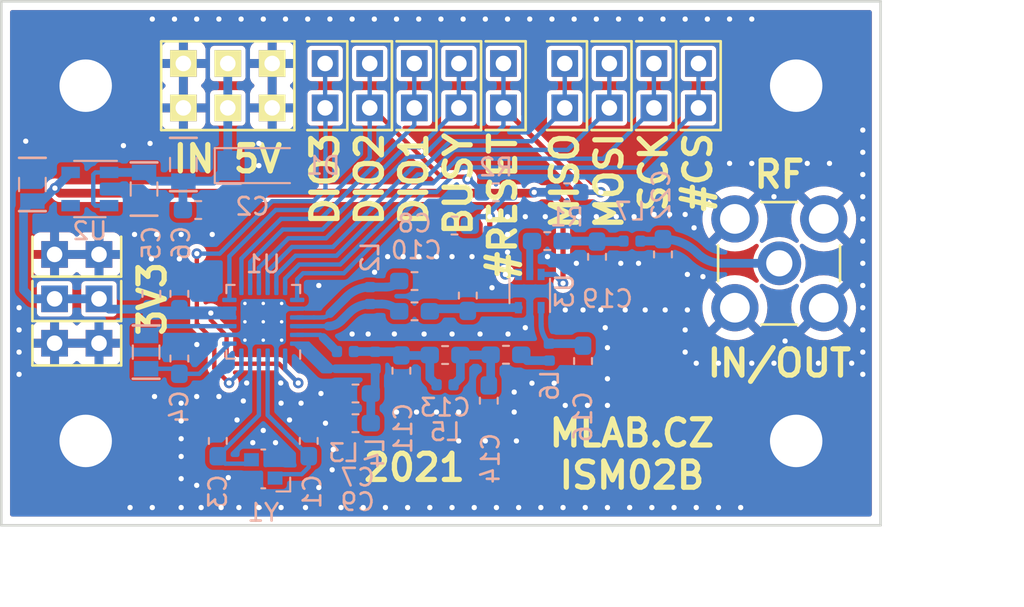
<source format=kicad_pcb>
(kicad_pcb (version 20221018) (generator pcbnew)
  (title_block (title "ISB02B") (date "%d. %m. %Y") (company "Mlab www.mlab.cz"))
  (layers (0 "F.Cu" signal) (31 "B.Cu" signal) (34 "B.Paste" user) (35 "F.Paste" user) (36 "B.SilkS" user "B.Silkscreen") (37 "F.SilkS" user "F.Silkscreen") (38 "B.Mask" user) (39 "F.Mask" user) (44 "Edge.Cuts" user))
  (net 0 "")
  (net 1 "Net-(C1-Pad1)")
  (net 2 "GND")
  (net 3 "+5V")
  (net 4 "Net-(C3-Pad1)")
  (net 5 "Net-(C4-Pad1)")
  (net 6 "+3V3")
  (net 7 "Net-(C7-Pad1)")
  (net 8 "Net-(C8-Pad1)")
  (net 9 "Net-(C10-Pad1)")
  (net 10 "Net-(C10-Pad2)")
  (net 11 "Net-(C11-Pad1)")
  (net 12 "Net-(C13-Pad1)")
  (net 13 "Net-(C15-Pad1)")
  (net 14 "Net-(C16-Pad1)")
  (net 15 "Net-(C17-Pad1)")
  (net 16 "Net-(C18-Pad1)")
  (net 17 "Net-(C22-Pad2)")
  (net 18 "Net-(C17-Pad2)")
  (net 19 "/SCK")
  (net 20 "/MISO")
  (net 21 "/MOSI")
  (net 22 "/#CS")
  (net 23 "/#RESET")
  (net 24 "/DIO1")
  (net 25 "/DIO2")
  (net 26 "/DIO3")
  (net 27 "/BUSY")
  (net 28 "Net-(L1-Pad2)")
  (net 29 "Net-(L3-Pad1)")
  (footprint "Mlab_Mechanical:MountingHole_3mm" (layer "F.Cu") (at 139.7 104.14)
    (fp_text reference "M2" hide)
    (fp_text value "HOLE" hide)
  )
  (footprint "Mlab_Mechanical:MountingHole_3mm" (layer "F.Cu") (at 180.34 124.46)
    (fp_text reference "M3" hide)
    (fp_text value "HOLE" hide)
  )
  (footprint "Mlab_Pin_Headers:Straight_2x01" (layer "F.Cu") (at 139.192 118.872)
    (fp_text reference "J2" hide)
    (fp_text value "HEADER_2x01_PARALLEL" hide)
  )
  (footprint "Mlab_Pin_Headers:Straight_2x01" (layer "F.Cu") (at 167.102 104.14 90)
    (fp_text reference "J5" hide)
    (fp_text value "HEADER_2x01_PARALLEL" hide)
  )
  (footprint "Mlab_Pin_Headers:Straight_2x01" (layer "F.Cu") (at 172.202 104.14 90)
    (fp_text reference "J4" hide)
    (fp_text value "HEADER_2x01_PARALLEL" hide)
  )
  (footprint "Mlab_Pin_Headers:Straight_2x01" (layer "F.Cu") (at 163.596 104.14 90)
    (fp_text reference "J3" hide)
    (fp_text value "HEADER_2x01_PARALLEL" hide)
  )
  (footprint "Mlab_CON:MCX" (layer "F.Cu") (at 179.3748 114.3 90)
    (fp_text reference "J12" hide)
    (fp_text value "MCX" hide)
  )
  (footprint "Mlab_Pin_Headers:Straight_2x01" (layer "F.Cu") (at 153.396 104.14 90)
    (fp_text reference "J10" hide)
    (fp_text value "HEADER_2x01_PARALLEL" hide)
  )
  (footprint "Mlab_Pin_Headers:Straight_2x01" (layer "F.Cu") (at 174.752 104.14 90)
    (fp_text reference "J7" hide)
    (fp_text value "HEADER_2x01_PARALLEL" hide)
  )
  (footprint "Mlab_Pin_Headers:Straight_2x01" (layer "F.Cu") (at 155.946 104.14 90)
    (fp_text reference "J9" hide)
    (fp_text value "HEADER_2x01_PARALLEL" hide)
  )
  (footprint "Mlab_Pin_Headers:Straight_2x01" (layer "F.Cu") (at 158.496 104.14 90)
    (fp_text reference "J8" hide)
    (fp_text value "HEADER_2x01_PARALLEL" hide)
  )
  (footprint "Mlab_Pin_Headers:Straight_2x01" (layer "F.Cu") (at 161.046 104.14 90)
    (fp_text reference "J11" hide)
    (fp_text value "HEADER_2x01_PARALLEL" hide)
  )
  (footprint "Mlab_Pin_Headers:Straight_2x01" (layer "F.Cu") (at 169.652 104.14 90)
    (fp_text reference "J6" hide)
    (fp_text value "HEADER_2x01_PARALLEL" hide)
  )
  (footprint "Mlab_Mechanical:MountingHole_3mm" (layer "F.Cu") (at 180.34 104.14)
    (fp_text reference "M1" hide)
    (fp_text value "HOLE" hide)
  )
  (footprint "Mlab_Pin_Headers:Straight_2x03" (layer "F.Cu") (at 147.828 104.14 90)
    (fp_text reference "J1" hide)
    (fp_text value "JUMP_3X2" hide)
  )
  (footprint "Mlab_Mechanical:MountingHole_3mm" (layer "F.Cu") (at 139.7 124.46)
    (fp_text reference "M4" hide)
    (fp_text value "HOLE" hide)
  )
  (footprint "Mlab_Pin_Headers:Straight_2x01" (layer "F.Cu") (at 139.192 113.792)
    (fp_text reference "J15" hide)
    (fp_text value "HEADER_2x01_PARALLEL" hide)
  )
  (footprint "Mlab_Pin_Headers:Straight_2x01" (layer "F.Cu") (at 139.192 116.332)
    (fp_text reference "J13" hide)
    (fp_text value "HEADER_2x01_PARALLEL" hide)
  )
  (footprint "Capacitor_SMD:C_0603_1608Metric_Pad1.05x0.95mm_HandSolder" (layer "B.Cu") (at 168.9496 113.93 90)
    (fp_text reference "C19")
    (fp_text value "3p3" hide)
  )
  (footprint "Capacitor_SMD:C_0603_1608Metric_Pad1.05x0.95mm_HandSolder" (layer "B.Cu") (at 160.796 112.141 180)
    (fp_text reference "C18" hide)
    (fp_text value "1nF" hide)
  )
  (footprint "Capacitor_SMD:C_0603_1608Metric_Pad1.05x0.95mm_HandSolder" (layer "B.Cu") (at 161.558 116.146 90)
    (fp_text reference "C12" hide)
    (fp_text value "-" hide)
  )
  (footprint "Capacitor_SMD:C_0603_1608Metric_Pad1.05x0.95mm_HandSolder" (layer "B.Cu") (at 172.72 113.792 90)
    (fp_text reference "C22")
    (fp_text value "3p3" hide)
  )
  (footprint "Capacitor_SMD:C_0603_1608Metric_Pad1.05x0.95mm_HandSolder" (layer "B.Cu") (at 145.058 119.746 90)
    (fp_text reference "C4")
    (fp_text value "470nF" hide)
  )
  (footprint "Capacitor_SMD:C_0603_1608Metric_Pad1.05x0.95mm_HandSolder" (layer "B.Cu") (at 143.458 116.046 90)
    (fp_text reference "C5")
    (fp_text value "1uF" hide)
  )
  (footprint "Capacitor_SMD:C_0603_1608Metric_Pad1.05x0.95mm_HandSolder" (layer "B.Cu") (at 152.458 124.46 90)
    (fp_text reference "C1")
    (fp_text value "-" hide)
  )
  (footprint "Capacitor_SMD:C_0603_1608Metric_Pad1.05x0.95mm_HandSolder" (layer "B.Cu") (at 147.258 124.46 90)
    (fp_text reference "C3")
    (fp_text value "-" hide)
  )
  (footprint "Capacitor_SMD:C_0603_1608Metric_Pad1.05x0.95mm_HandSolder" (layer "B.Cu") (at 158.51 117.046 180)
    (fp_text reference "C10")
    (fp_text value "2p4" hide)
  )
  (footprint "Capacitor_SMD:C_0603_1608Metric_Pad1.05x0.95mm_HandSolder" (layer "B.Cu") (at 145.058 116.046 90)
    (fp_text reference "C6")
    (fp_text value "100nF" hide)
  )
  (footprint "Capacitor_SMD:C_0603_1608Metric_Pad1.05x0.95mm_HandSolder" (layer "B.Cu") (at 158.51 115.316)
    (fp_text reference "C8")
    (fp_text value "1p8" hide)
  )
  (footprint "Mlab_XTAL:Crystal_SMD_NX2016SA" (layer "B.Cu") (at 149.858 126.06 90)
    (fp_text reference "Y1")
    (fp_text value "32MHz" hide)
  )
  (footprint "Package_DFN_QFN:QFN-24-1EP_4x4mm_P0.5mm_EP2.6x2.6mm_ThermalVias" (layer "B.Cu") (at 149.858 117.646 90)
    (fp_text reference "U1")
    (fp_text value "SX1262" hide)
  )
  (footprint "Mlab_R:SMD-0603" (layer "B.Cu") (at 167.2335 110.236)
    (fp_text reference "R1")
    (fp_text value "10k" hide)
  )
  (footprint "Inductor_SMD:L_0402_1005Metric" (layer "B.Cu") (at 155.97 116.146 -90)
    (fp_text reference "L2")
    (fp_text value "15nH" hide)
  )
  (footprint "Inductor_SMD:L_0402_1005Metric" (layer "B.Cu") (at 170.9496 113.03)
    (fp_text reference "L7")
    (fp_text value "9n1" hide)
  )
  (footprint "Mlab_R:SMD-0805" (layer "B.Cu") (at 143.158 119.38 90)
    (fp_text reference "L1")
    (fp_text value "15uH")
  )
  (footprint "Inductor_SMD:L_0402_1005Metric" (layer "B.Cu") (at 156.258 119.846 90)
    (fp_text reference "L4")
    (fp_text value "47nH" hide)
  )
  (footprint "Inductor_SMD:L_0402_1005Metric" (layer "B.Cu") (at 166.2176 119.38 90)
    (fp_text reference "L6")
    (fp_text value "4n7" hide)
  )
  (footprint "Inductor_SMD:L_0402_1005Metric" (layer "B.Cu") (at 160.258 121.246)
    (fp_text reference "L5")
    (fp_text value "2n5" hide)
  )
  (footprint "Capacitor_SMD:C_0603_1608Metric_Pad1.05x0.95mm_HandSolder" (layer "B.Cu") (at 160.258 119.546 180)
    (fp_text reference "C13")
    (fp_text value "3p3" hide)
  )
  (footprint "Capacitor_SMD:C_0603_1608Metric_Pad1.05x0.95mm_HandSolder" (layer "B.Cu") (at 168.148 119.888 -90)
    (fp_text reference "C16")
    (fp_text value "2p2" hide)
  )
  (footprint "Capacitor_SMD:C_0603_1608Metric_Pad1.05x0.95mm_HandSolder" (layer "B.Cu") (at 166.1046 113.03 180)
    (fp_text reference "C17" hide)
    (fp_text value "39pF" hide)
  )
  (footprint "Capacitor_SMD:C_0603_1608Metric_Pad1.05x0.95mm_HandSolder" (layer "B.Cu") (at 162.758 122.16 -90)
    (fp_text reference "C14")
    (fp_text value "5p6" hide)
  )
  (footprint "Capacitor_SMD:C_0603_1608Metric_Pad1.05x0.95mm_HandSolder" (layer "B.Cu") (at 157.758 120.446 -90)
    (fp_text reference "C11")
    (fp_text value "-" hide)
  )
  (footprint "Capacitor_SMD:C_0603_1608Metric_Pad1.05x0.95mm_HandSolder" (layer "B.Cu") (at 163.7398 119.5324 180)
    (fp_text reference "C15" hide)
    (fp_text value "39pF" hide)
  )
  (footprint "Capacitor_SMD:C_0603_1608Metric_Pad1.05x0.95mm_HandSolder" (layer "B.Cu") (at 155.133 121.746 180)
    (fp_text reference "C9")
    (fp_text value "47pF" hide)
  )
  (footprint "Capacitor_SMD:C_0603_1608Metric_Pad1.05x0.95mm_HandSolder" (layer "B.Cu") (at 155.133 123.446 180)
    (fp_text reference "C7")
    (fp_text value "47nF" hide)
  )
  (footprint "Inductor_SMD:L_0402_1005Metric" (layer "B.Cu") (at 154.558 119.346)
    (fp_text reference "L3")
    (fp_text value "0R" hide)
  )
  (footprint "Capacitor_SMD:C_0603_1608Metric_Pad1.05x0.95mm_HandSolder" (layer "B.Cu") (at 146.138 111.252)
    (fp_text reference "C2")
    (fp_text value "100nF" hide)
  )
  (footprint "Mlab_D:Diode-MiniMELF_Standard" (layer "B.Cu") (at 149.634 108.712)
    (fp_text reference "D1")
    (fp_text value "BZV55C-5,6V" hide)
  )
  (footprint "Package_TO_SOT_SMD:SOT-23-5" (layer "B.Cu") (at 139.938 110.052 180)
    (fp_text reference "U2")
    (fp_text value "MIC5504-3.3YM5" hide)
  )
  (footprint "Mlab_R:SMD-0805" (layer "B.Cu") (at 136.652 109.7915 90)
    (fp_text reference "C24")
    (fp_text value "10uF")
  )
  (footprint "Mlab_R:SMD-0805" (layer "B.Cu") (at 143.038 110.052 -90)
    (fp_text reference "C21")
    (fp_text value "10uF")
  )
  (footprint "Mlab_R:SMD-0805" (layer "B.Cu") (at 145.288 108.6485 90)
    (fp_text reference "C25")
    (fp_text value "10uF")
  )
  (footprint "Package_TO_SOT_SMD:SOT-363_SC-70-6" (layer "B.Cu") (at 165.1 115.886 90)
    (fp_text reference "U3")
    (fp_text value "PE4259" hide)
  )
  (footprint "Mlab_R:SMD-0603" (layer "B.Cu") (at 163.1695 110.236 180)
    (fp_text reference "R2")
    (fp_text value "100R" hide)
  )
  (gr_line (start 134.874 99.314) (end 134.874 129.286) (stroke (width 0.15)) (layer "Edge.Cuts"))
  (gr_line (start 134.874 99.314) (end 185.166 99.314) (stroke (width 0.15)) (layer "Edge.Cuts"))
  (gr_line (start 185.166 129.286) (end 134.874 129.286) (stroke (width 0.15)) (layer "Edge.Cuts"))
  (gr_line (start 185.166 129.286) (end 185.166 99.314) (stroke (width 0.15)) (layer "Edge.Cuts"))
  (gr_text "IN 5V" (at 147.828 108.331) (layer "F.SilkS") (effects (font (size 1.5 1.5) (thickness 0.3))))
  (gr_text "MLAB.CZ\nISM02B\n" (at 170.942 125.222) (layer "F.SilkS") (effects (font (size 1.5 1.5) (thickness 0.3))))
  (gr_text "IN/OUT" (at 179.3748 120.015) (layer "F.SilkS") (effects (font (size 1.5 1.5) (thickness 0.3))))
  (gr_text "2021" (at 155.448 125.984) (layer "F.SilkS") (effects (font (size 1.5 1.5) (thickness 0.3)) (justify left)))
  (gr_text "DIO2" (at 155.936 106.68 90) (layer "F.SilkS") (effects (font (size 1.5 1.5) (thickness 0.3)) (justify right)))
  (gr_text "BUSY" (at 161.016 106.68 90) (layer "F.SilkS") (effects (font (size 1.5 1.5) (thickness 0.3)) (justify right)))
  (gr_text "MISO" (at 167.102 106.68 90) (layer "F.SilkS") (effects (font (size 1.5 1.5) (thickness 0.3)) (justify right)))
  (gr_text "DIO3" (at 153.396 106.68 90) (layer "F.SilkS") (effects (font (size 1.5 1.5) (thickness 0.3)) (justify right)))
  (gr_text "3V3" (at 143.51 116.332 90) (layer "F.SilkS") (effects (font (size 1.5 1.5) (thickness 0.3))))
  (gr_text "DIO1" (at 158.476 106.68 90) (layer "F.SilkS") (effects (font (size 1.5 1.5) (thickness 0.3)) (justify right)))
  (gr_text "#RESET" (at 163.556 106.68 90) (layer "F.SilkS") (effects (font (size 1.5 1.5) (thickness 0.3)) (justify right)))
  (gr_text "RF" (at 179.3748 109.22) (layer "F.SilkS") (effects (font (size 1.5 1.5) (thickness 0.3))))
  (gr_text "MOSI" (at 169.642 106.68 90) (layer "F.SilkS") (effects (font (size 1.5 1.5) (thickness 0.3)) (justify right)))
  (gr_text "#CS" (at 174.722 106.68 90) (layer "F.SilkS") (effects (font (size 1.5 1.5) (thickness 0.3)) (justify right)))
  (gr_text "SCK" (at 172.182 106.68 90) (layer "F.SilkS") (effects (font (size 1.5 1.5) (thickness 0.3)) (justify right)))
  (segment (start 152.458 125.335) (end 152.458 125.96) (width 0.25) (layer "B.Cu") (net 1))
  (segment (start 152.058 126.36) (end 150.758 126.36) (width 0.25) (layer "B.Cu") (net 1))
  (segment (start 150.758 126.36) (end 150.533 126.585) (width 0.25) (layer "B.Cu") (net 1))
  (segment (start 152.458 125.96) (end 152.058 126.36) (width 0.25) (layer "B.Cu") (net 1))
  (segment (start 150.108 122.985) (end 152.458 125.335) (width 0.25) (layer "B.Cu") (net 1))
  (segment (start 150.108 122.985) (end 150.108 119.5835) (width 0.25) (layer "B.Cu") (net 1))
  (segment (start 148.358 122.533) (end 148.717 122.174) (width 0.25) (layer "F.Cu") (net 2))
  (segment (start 143.383 107.442) (end 141.986 107.442) (width 0.25) (layer "F.Cu") (net 2))
  (segment (start 167.767 116.586) (end 167.767 114.681) (width 0.25) (layer "F.Cu") (net 2))
  (segment (start 149.606 128.27) (end 150.876 128.27) (width 0.25) (layer "F.Cu") (net 2))
  (segment (start 150.858 121.146) (end 150.858 122.283) (width 0.25) (layer "F.Cu") (net 2))
  (segment (start 152.273 128.27) (end 152.273 127.889) (width 0.25) (layer "F.Cu") (net 2))
  (segment (start 155.862183 118.341817) (end 155.858 118.346) (width 0.5) (layer "F.Cu") (net 2))
  (segment (start 168.148 116.967) (end 167.767 116.586) (width 0.25) (layer "F.Cu") (net 2))
  (segment (start 149.258 124.46) (end 149.858 123.86) (width 0.5) (layer "F.Cu") (net 2))
  (segment (start 162.258 118.346) (end 163.858046 118.346) (width 0.5) (layer "F.Cu") (net 2))
  (segment (start 167.767 114.681) (end 167.767 114.3) (width 0.25) (layer "F.Cu") (net 2))
  (segment (start 149.258 124.56) (end 149.258 124.46) (width 0.5) (layer "F.Cu") (net 2))
  (segment (start 149.606 108.712) (end 149.606 107.442) (width 0.25) (layer "F.Cu") (net 2))
  (segment (start 159.058 118.346) (end 160.658 118.346) (width 0.5) (layer "F.Cu") (net 2))
  (segment (start 157.35666 118.341817) (end 155.862183 118.341817) (width 0.5) (layer "F.Cu") (net 2))
  (segment (start 152.273 127.889) (end 153.035 127.127) (width 0.25) (layer "F.Cu") (net 2))
  (segment (start 150.858 122.283) (end 150.876 122.301) (width 0.25) (layer "F.Cu") (net 2))
  (segment (start 148.358 123.26) (end 148.358 122.533) (width 0.25) (layer "F.Cu") (net 2))
  (segment (start 141.986 107.442) (end 141.859 107.569) (width 0.25) (layer "F.Cu") (net 2))
  (via (at 145.058 114.046) (size 0.6) (drill 0.3) (layers "F.Cu" "B.Cu") (net 2))
  (via (at 143.458 114.046) (size 0.6) (drill 0.3) (layers "F.Cu" "B.Cu") (net 2))
  (via (at 151.358 123.26) (size 0.6) (drill 0.3) (layers "F.Cu" "B.Cu") (net 2))
  (via (at 148.358 123.26) (size 0.6) (drill 0.3) (layers "F.Cu" "B.Cu") (net 2))
  (via (at 150.558 124.56) (size 0.6) (drill 0.3) (layers "F.Cu" "B.Cu") (net 2))
  (via (at 163.83 113.665) (size 0.6) (drill 0.3) (layers "F.Cu" "B.Cu") (net 2))
  (via (at 184.15 119.38) (size 0.6) (drill 0.3) (layers "F.Cu" "B.Cu") (net 2))
  (via (at 148.463 128.27) (size 0.6) (drill 0.3) (layers "F.Cu" "B.Cu") (net 2))
  (via (at 163.83 100.33) (size 0.6) (drill 0.3) (layers "F.Cu" "B.Cu") (net 2))
  (via (at 161.798 113.919) (size 0.6) (drill 0.3) (layers "F.Cu" "B.Cu") (net 2))
  (via (at 171.069 111.633) (size 0.6) (drill 0.3) (layers "F.Cu" "B.Cu") (net 2))
  (via (at 184.15 118.11) (size 0.6) (drill 0.3) (layers "F.Cu" "B.Cu") (net 2))
  (via (at 157.35666 118.341817) (size 0.6) (drill 0.3) (layers "F.Cu" "B.Cu") (net 2))
  (via (at 158.75 113.919) (size 0.6) (drill 0.3) (layers "F.Cu" "B.Cu") (net 2))
  (via (at 184.15 114.3) (size 0.6) (drill 0.3) (layers "F.Cu" "B.Cu") (net 2))
  (via (at 145.161 122.301) (size 0.6) (drill 0.3) (layers "F.Cu" "B.Cu") (net 2))
  (via (at 168.91 111.633) (size 0.6) (drill 0.3) (layers "F.Cu" "B.Cu") (net 2))
  (via (at 142.24 128.27) (size 0.6) (drill 0.3) (layers "F.Cu" "B.Cu") (net 2))
  (via (at 184.15 110.49) (size 0.6) (drill 0.3) (layers "F.Cu" "B.Cu") (net 2))
  (via (at 156.972 113.919) (size 0.6) (drill 0.3) (layers "F.Cu" "B.Cu") (net 2))
  (via (at 167.894 111.633) (size 0.6) (drill 0.3) (layers "F.Cu" "B.Cu") (net 2))
  (via (at 143.383 107.442) (size 0.6) (drill 0.3) (layers "F.Cu" "B.Cu") (net 2))
  (via (at 145.161 123.317) (size 0.6) (drill 0.3) (layers "F.Cu" "B.Cu") (net 2))
  (via (at 153.858 124.946) (size 0.6) (drill 0.3) (layers "F.Cu" "B.Cu") (net 2))
  (via (at 146.304 128.27) (size 0.6) (drill 0.3) (layers "F.Cu" "B.Cu") (net 2))
  (via (at 159.766 113.919) (size 0.6) (drill 0.3) (layers "F.Cu" "B.Cu") (net 2))
  (via (at 168.402 122.428) (size 0.6) (drill 0.3) (layers "F.Cu" "B.Cu") (net 2))
  (via (at 143.764 112.649) (size 0.6) (drill 0.3) (layers "F.Cu" "B.Cu") (net 2))
  (via (at 153.67 100.33) (size 0.6) (drill 0.3) (layers "F.Cu" "B.Cu") (net 2))
  (via (at 169.164 116.967) (size 0.6) (drill 0.3) (layers "F.Cu" "B.Cu") (net 2))
  (via (at 177.8 108.585) (size 0.6) (drill 0.3) (layers "F.Cu" "B.Cu") (net 2))
  (via (at 170.053 111.633) (size 0.6) (drill 0.3) (layers "F.Cu" "B.Cu") (net 2))
  (via (at 172.085 128.27) (size 0.6) (drill 0.3) (layers "F.Cu" "B.Cu") (net 2))
  (via (at 164.211 121.666) (size 0.6) (drill 0.3) (layers "F.Cu" "B.Cu") (net 2))
  (via (at 161.29 100.33) (size 0.6) (drill 0.3) (layers "F.Cu" "B.Cu") (net 2))
  (via (at 172.212 111.506) (size 0.6) (drill 0.3) (layers "F.Cu" "B.Cu") (net 2))
  (via (at 163.195 128.27) (size 0.6) (drill 0.3) (layers "F.Cu" "B.Cu") (net 2))
  (via (at 160.655 128.27) (size 0.6) (drill 0.3) (layers "F.Cu" "B.Cu") (net 2))
  (via (at 167.767 114.3) (size 0.6) (drill 0.3) (layers "F.Cu" "B.Cu") (net 2))
  (via (at 154.94 100.33) (size 0.6) (drill 0.3) (layers "F.Cu" "B.Cu") (net 2))
  (via (at 153.416 123.446) (size 0.6) (drill 0.3) (layers "F.Cu" "B.Cu") (net 2))
  (via (at 172.72 100.33) (size 0.6) (drill 0.3) (layers "F.Cu" "B.Cu") (net 2))
  (via (at 157.48 100.33) (size 0.6) (drill 0.3) (layers "F.Cu" "B.Cu") (net 2))
  (via (at 162.56 124.46) (size 0.6) (drill 0.3) (layers "F.Cu" "B.Cu") (net 2))
  (via (at 155.858 118.346) (size 0.6) (drill 0.3) (layers "F.Cu" "B.Cu") (net 2))
  (via (at 152.273 128.27) (size 0.6) (drill 0.3) (layers "F.Cu" "B.Cu") (net 2))
  (via (at 174.117 114.935) (size 0.6) (drill 0.3) (layers "F.Cu" "B.Cu") (net 2))
  (via (at 166.37 100.33) (size 0.6) (drill 0.3) (layers "F.Cu" "B.Cu") (net 2))
  (via (at 160.655 113.919) (size 0.6) (drill 0.3) (layers "F.Cu" "B.Cu") (net 2))
  (via (at 150.876 122.301) (size 0.6) (drill 0.3) (layers "F.Cu" "B.Cu") (net 2))
  (via (at 181.61 120.015) (size 0.6) (drill 0.3) (layers "F.Cu" "B.Cu") (net 2))
  (via (at 159.766 122.809) (size 0.6) (drill 0.3) (layers "F.Cu" "B.Cu") (net 2))
  (via (at 149.858 123.86) (size 0.6) (drill 0.3) (layers "F.Cu" "B.Cu") (net 2))
  (via (at 149.606 107.442) (size 0.6) (drill 0.3) (layers "F.Cu" "B.Cu") (net 2))
  (via (at 153.797 126.111) (size 0.6) (drill 0.3) (layers "F.Cu" "B.Cu") (net 2))
  (via (at 150.858 121.146) (size 0.6) (drill 0.3) (layers "F.Cu" "B.Cu") (net 2))
  (via (at 155.575 128.27) (size 0.6) (drill 0.3) (layers "F.Cu" "B.Cu") (net 2))
  (via (at 145.161 128.27) (size 0.6) (drill 0.3) (layers "F.Cu" "B.Cu") (net 2))
  (via (at 170.815 128.27) (size 0.6) (drill 0.3) (layers "F.Cu" "B.Cu") (net 2))
  (via (at 143.51 100.33) (size 0.6) (drill 0.3) (layers "F.Cu" "B.Cu") (net 2))
  (via (at 144.78 100.33) (size 0.6) (drill 0.3) (layers "F.Cu" "B.Cu") (net 2))
  (via (at 135.89 120.65) (size 0.6) (drill 0.3) (layers "F.Cu" "B.Cu") (net 2))
  (via (at 168.275 128.27) (size 0.6) (drill 0.3) (layers "F.Cu" "B.Cu") (net 2))
  (via (at 158.75 100.33) (size 0.6) (drill 0.3) (layers "F.Cu" "B.Cu") (net 2))
  (via (at 172.847 116.967) (size 0.6) (drill 0.3) (layers "F.Cu" "B.Cu") (net 2))
  (via (at 146.05 100.33) (size 0.6) (drill 0.3) (layers "F.Cu" "B.Cu") (net 2))
  (via (at 173.101 111.506) (size 0.6) (drill 0.3) (layers "F.Cu" "B.Cu") (net 2))
  (via (at 169.545 120.904) (size 0.6) (drill 0.3) (layers "F.Cu" "B.Cu") (net 2))
  (via (at 177.8 100.33) (size 0.6) (drill 0.3) (layers "F.Cu" "B.Cu") (net 2))
  (via (at 175.26 100.33) (size 0.6) (drill 0.3) (layers "F.Cu" "B.Cu") (net 2))
  (via (at 176.53 108.585) (size 0.6) (drill 0.3) (layers "F.Cu" "B.Cu") (net 2))
  (via (at 146.939 112.649) (size 0.6) (drill 0.3) (layers "F.Cu" "B.Cu") (net 2))
  (via (at 158.115 128.27) (size 0.6) (drill 0.3) (layers "F.Cu" "B.Cu") (net 2))
  (via (at 168.148 116.967) (size 0.6) (drill 0.3) (layers "F.Cu" "B.Cu") (net 2))
  (via (at 156.21 100.33) (size 0.6) (drill 0.3) (layers "F.Cu" "B.Cu") (net 2))
  (via (at 182.245 108.585) (size 0.6) (drill 0.3) (layers "F.Cu" "B.Cu") (net 2))
  (via (at 149.86 100.33) (size 0.6) (drill 0.3) (layers "F.Cu" "B.Cu") (net 2))
  (via (at 162.941 115.697) (size 0.6) (drill 0.3) (layers "F.Cu" "B.Cu") (net 2))
  (via (at 167.64 100.33) (size 0.6) (drill 0.3) (layers "F.Cu" "B.Cu") (net 2))
  (via (at 173.99 100.33) (size 0.6) (drill 0.3) (layers "F.Cu" "B.Cu") (net 2))
  (via (at 183.515 120.015) (size 0.6) (drill 0.3) (layers "F.Cu" "B.Cu") (net 2))
  (via (at 148.908011 121.145981) (size 0.6) (drill 0.3) (layers "F.Cu" "B.Cu") (net 2))
  (via (at 148.59 100.33) (size 0.6) (drill 0.3) (layers "F.Cu" "B.Cu") (net 2))
  (via (at 170.18 100.33) (size 0.6) (drill 0.3) (layers "F.Cu" "B.Cu") (net 2))
  (via (at 164.846 111.633) (size 0.6) (drill 0.3) (layers "F.Cu" "B.Cu") (net 2))
  (via (at 135.89 119.38) (size 0.6) (drill 0.3) (layers "F.Cu" "B.Cu") (net 2))
  (via (at 162.258 118.346) (size 0.6) (drill 0.3) (layers "F.Cu" "B.Cu") (net 2))
  (via (at 164.465 128.27) (size 0.6) (drill 0.3) (layers "F.Cu" "B.Cu") (net 2))
  (via (at 146.05 127) (size 0.6) (drill 0.3) (layers "F.Cu" "B.Cu") (net 2))
  (via (at 135.89 116.84) (size 0.6) (drill 0.3) (layers "F.Cu" "B.Cu") (net 2))
  (via (at 184.15 116.84) (size 0.6) (drill 0.3) (layers "F.Cu" "B.Cu") (net 2))
  (via (at 154.94 118.346) (size 0.6) (drill 0.3) (layers "F.Cu" "B.Cu") (net 2))
  (via (at 173.99 111.506) (size 0.6) (drill 0.3) (layers "F.Cu" "B.Cu") (net 2))
  (via (at 174.498 112.268) (size 0.6) (drill 0.3) (layers "F.Cu" "B.Cu") (net 2))
  (via (at 165.735 128.27) (size 0.6) (drill 0.3) (layers "F.Cu" "B.Cu") (net 2))
  (via (at 171.45 100.33) (size 0.6) (drill 0.3) (layers "F.Cu" "B.Cu") (net 2))
  (via (at 164.846 117.983) (size 0.6) (drill 0.3) (layers "F.Cu" "B.Cu") (net 2))
  (via (at 170.561 116.967) (size 0.6) (drill 0.3) (layers "F.Cu" "B.Cu") (net 2))
  (via (at 154.305 128.27) (size 0.6) (drill 0.3) (layers "F.Cu" "B.Cu") (net 2))
  (via (at 152.019 122.301) (size 0.6) (drill 0.3) (layers "F.Cu" "B.Cu") (net 2))
  (via (at 153.035 115.57) (size 0.6) (drill 0.3) (layers "F.Cu" "B.Cu") (net 2))
  (via (at 163.858046 118.346) (size 0.6) (drill 0.3) (layers "F.Cu" "B.Cu") (net 2))
  (via (at 173.99 118.11) (size 0.6) (drill 0.3) (layers "F.Cu" "B.Cu") (net 2))
  (via (at 161.925 128.27) (size 0.6) (drill 0.3) (layers "F.Cu" "B.Cu") (net 2))
  (via (at 145.161 125.349) (size 0.6) (drill 0.3) (layers "F.Cu" "B.Cu") (net 2))
  (via (at 153.158 121.746) (size 0.6) (drill 0.3) (layers "F.Cu" "B.Cu") (net 2))
  (via (at 168.91 100.33) (size 0.6) (drill 0.3) (layers "F.Cu" "B.Cu") (net 2))
  (via (at 177.165 128.27) (size 0.6) (drill 0.3) (layers "F.Cu" "B.Cu") (net 2))
  (via (at 173.355 128.27) (size 0.6) (drill 0.3) (layers "F.Cu" "B.Cu") (net 2))
  (via (at 148.717 122.174) (size 0.6) (drill 0.3) (layers "F.Cu" "B.Cu") (net 2))
  (via (at 160.658 118.346) (size 0.6) (drill 0.3) (layers "F.Cu" "B.Cu") (net 2))
  (via (at 145.161 126.619) (size 0.6) (drill 0.3) (layers "F.Cu" "B.Cu") (net 2))
  (via (at 165.1 100.33) (size 0.6) (drill 0.3) (layers "F.Cu" "B.Cu") (net 2))
  (via (at 147.32 121.92) (size 0.6) (drill 0.3) (layers "F.Cu" "B.Cu") (net 2))
  (via (at 146.058 118.946) (size 0.6) (drill 0.3) (layers "F.Cu" "B.Cu") (net 2))
  (via (at 175.895 120.015) (size 0.6) (drill 0.3) (layers "F.Cu" "B.Cu") (net 2))
  (via (at 162.56 100.33) (size 0.6) (drill 0.3) (layers "F.Cu" "B.Cu") (net 2))
  (via (at 184.15 113.03) (size 0.6) (drill 0.3) (layers "F.Cu" "B.Cu") (net 2))
  (via (at 161.036 122.809) (size 0.6) (drill 0.3) (layers "F.Cu" "B.Cu") (net 2))
  (via (at 184.15 107.95) (size 0.6) (drill 0.3) (layers "F.Cu" "B.Cu") (net 2))
  (via (at 171.704 116.967) (size 0.6) (drill 0.3) (layers "F.Cu" "B.Cu") (net 2))
  (via (at 179.705 118.745) (size 0.6) (drill 0.3) (layers "F.Cu" "B.Cu") (net 2))
  (via (at 179.07 120.015) (size 0.6) (drill 0.3) (layers "F.Cu" "B.Cu") (net 2))
  (via (at 166.497 121.158) (size 0.6) (drill 0.3) (layers "F.Cu" "B.Cu") (net 2))
  (via (at 160.02 100.33) (size 0.6) (drill 0.3) (layers "F.Cu" "B.Cu") (net 2))
  (via (at 157.48 122.809) (size 0.6) (drill 0.3) (layers "F.Cu" "B.Cu") (net 2))
  (via (at 151.13 100.33) (size 0.6) (drill 0.3) (layers "F.Cu" "B.Cu") (net 2))
  (via (at 164.211 122.809) (size 0.6) (drill 0.3) (layers "F.Cu" "B.Cu") (net 2))
  (via (at 169.545 122.428) (size 0.6) (drill 0.3) (layers "F.Cu" "B.Cu") (net 2))
  (via (at 167.132 116.967) (size 0.6) (drill 0.3) (layers "F.Cu" "B.Cu") (net 2))
  (via (at 184.15 115.57) (size 0.6) (drill 0.3) (layers "F.Cu" "B.Cu") (net 2))
  (via (at 171.323 114.3) (size 0.6) (drill 0.3) (layers "F.Cu" "B.Cu") (net 2))
  (via (at 149.258 124.56) (size 0.6) (drill 0.3) (layers "F.Cu" "B.Cu") (net 2))
  (via (at 161.036 124.46) (size 0.6) (drill 0.3) (layers "F.Cu" "B.Cu") (net 2))
  (via (at 169.418 117.983) (size 0.6) (drill 0.3) (layers "F.Cu" "B.Cu") (net 2))
  (via (at 147.447 128.27) (size 0.6) (drill 0.3) (layers "F.Cu" "B.Cu") (net 2))
  (via (at 156.224 114.808) (size 0.6) (drill 0.3) (layers "F.Cu" "B.Cu") (net 2))
  (via (at 170.307 114.3) (size 0.6) (drill 0.3) (layers "F.Cu" "B.Cu") (net 2))
  (via (at 184.15 120.65) (size 0.6) (drill 0.3) (layers "F.Cu" "B.Cu") (net 2))
  (via (at 175.895 128.27) (size 0.6) (drill 0.3) (layers "F.Cu" "B.Cu") (net 2))
  (via (at 169.545 128.27) (size 0.6) (drill 0.3) (layers "F.Cu" "B.Cu") (net 2))
  (via (at 165.227 121.158) (size 0.6) (drill 0.3) (layers "F.Cu" "B.Cu") (net 2))
  (via (at 174.625 120.015) (size 0.6) (drill 0.3) (layers "F.Cu" "B.Cu") (net 2))
  (via (at 157.861 113.919) (size 0.6) (drill 0.3) (layers "F.Cu" "B.Cu") (net 2))
  (via (at 147.858 126.56) (size 0.6) (drill 0.3) (layers "F.Cu" "B.Cu") (net 2))
  (via (at 153.035 127.127) (size 0.6) (drill 0.3) (layers "F.Cu" "B.Cu") (net 2))
  (via (at 136.271 107.315) (size 0.6) (drill 0.3) (layers "F.Cu" "B.Cu") (net 2))
  (via (at 184.15 109.22) (size 0.6) (drill 0.3) (layers "F.Cu" "B.Cu") (net 2))
  (via (at 152.4 100.33) (size 0.6) (drill 0.3) (layers "F.Cu" "B.Cu") (net 2))
  (via (at 145.161 112.649) (size 0.6) (drill 0.3) (layers "F.Cu" "B.Cu") (net 2))
  (via (at 167.005 128.27) (size 0.6) (drill 0.3) (layers "F.Cu" "B.Cu") (net 2))
  (via (at 159.058 118.346) (size 0.6) (drill 0.3) (layers "F.Cu" "B.Cu") (net 2))
  (via (at 174.117 116.967) (size 0.6) (drill 0.3) (layers "F.Cu" "B.Cu") (net 2))
  (via (at 176.53 100.33) (size 0.6) (drill 0.3) (layers "F.Cu" "B.Cu") (net 2))
  (via (at 159.385 128.27) (size 0.6) (drill 0.3) (layers "F.Cu" "B.Cu") (net 2))
  (via (at 149.606 128.27) (size 0.6) (drill 0.3) (layers "F.Cu" "B.Cu") (net 2))
  (via (at 180.975 108.585) (size 0.6) (drill 0.3) (layers "F.Cu" "B.Cu") (net 2))
  (via (at 164.338 124.46) (size 0.6) (drill 0.3) (layers "F.Cu" "B.Cu") (net 2))
  (via (at 143.51 128.27) (size 0.6) (drill 0.3) (layers "F.Cu" "B.Cu") (net 2))
  (via (at 147.32 100.33) (size 0.6) (drill 0.3) (layers "F.Cu" "B.Cu") (net 2))
  (via (at 165.989 111.633) (size 0.6) (drill 0.3) (layers "F.Cu" "B.Cu") (net 2))
  (via (at 175.006 115.062) (size 0.6) (drill 0.3) (layers "F.Cu" "B.Cu") (net 2))
  (via (at 135.89 118.11) (size 0.6) (drill 0.3) (layers "F.Cu" "B.Cu") (net 2))
  (via (at 177.8 120.015) (size 0.6) (drill 0.3) (layers "F.Cu" "B.Cu") (net 2))
  (via (at 141.859 107.569) (size 0.6) (drill 0.3) (layers "F.Cu" "B.Cu") (net 2))
  (via (at 163.83 111.633) (size 0.6) (drill 0.3) (layers "F.Cu" "B.Cu") (net 2))
  (via (at 143.637 121.92) (size 0.6) (drill 0.3) (layers "F.Cu" "B.Cu") (net 2))
  (via (at 158.623 122.809) (size 0.6) (drill 0.3) (layers "F.Cu" "B.Cu") (net 2))
  (via (at 173.99 119.38) (size 0.6) (drill 0.3) (layers "F.Cu" "B.Cu") (net 2))
  (via (at 166.116 113.919) (size 0.6) (drill 0.3) (layers "F.Cu" "B.Cu") (net 2))
  (via (at 145.161 124.333) (size 0.6) (drill 0.3) (layers "F.Cu" "B.Cu") (net 2))
  (via (at 156.845 128.27) (size 0.6) (drill 0.3) (layers "F.Cu" "B.Cu") (net 2))
  (via (at 167.132 122.428) (size 0.6) (drill 0.3) (layers "F.Cu" "B.Cu") (net 2))
  (via (at 179.07 110.49) (size 0.6) (drill 0.3) (layers "F.Cu" "B.Cu") (net 2))
  (via (at 150.876 128.27) (size 0.6) (drill 0.3) (layers "F.Cu" "B.Cu") (net 2))
  (via (at 146.05 121.92) (size 0.6) (drill 0.3) (layers "F.Cu" "B.Cu") (net 2))
  (via (at 169.545 119.126) (size 0.6) (drill 0.3) (layers "F.Cu" "B.Cu") (net 2))
  (via (at 163.83 112.649) (size 0.6) (drill 0.3) (layers "F.Cu" "B.Cu") (net 2))
  (via (at 149.606 108.712) (size 0.6) (drill 0.3) (layers "F.Cu" "B.Cu") (net 2))
  (via (at 184.15 111.76) (size 0.6) (drill 0.3) (layers "F.Cu" "B.Cu") (net 2))
  (via (at 174.625 128.27) (size 0.6) (drill 0.3) (layers "F.Cu" "B.Cu") (net 2))
  (via (at 184.15 106.68) (size 0.6) (drill 0.3) (layers "F.Cu" "B.Cu") (net 2))
  (via (at 142.494 112.649) (size 0.6) (drill 0.3) (layers "F.Cu" "B.Cu") (net 2))
  (segment (start 148.033 123.585) (end 148.358 123.26) (width 0.25) (layer "B.Cu") (net 2))
  (segment (start 150.608 119.5835) (end 150.608 118.996) (width 0.25) (layer "B.Cu") (net 2))
  (segment (start 149.108 118.996) (end 148.808 118.696) (width 0.25) (layer "B.Cu") (net 2))
  (segment (start 152.458 123.585) (end 151.683 123.585) (width 0.25) (layer "B.Cu") (net 2))
  (segment (start 147.258 123.585) (end 148.033 123.585) (width 0.25) (layer "B.Cu") (net 2))
  (segment (start 151.683 123.585) (end 151.358 123.26) (width 0.25) (layer "B.Cu") (net 2))
  (segment (start 150.533 124.585) (end 150.558 124.56) (width 0.25) (layer "B.Cu") (net 2))
  (segment (start 147.9205 118.396) (end 148.508 118.396) (width 0.25) (layer "B.Cu") (net 2))
  (segment (start 148.508 118.396) (end 148.808 118.696) (width 0.25) (layer "B.Cu") (net 2))
  (segment (start 149.108 119.5835) (end 149.108 118.996) (width 0.25) (layer "B.Cu") (net 2))
  (segment (start 151.208 116.896) (end 150.908 116.596) (width 0.25) (layer "B.Cu") (net 2))
  (segment (start 150.608 118.996) (end 150.908 118.696) (width 0.25) (layer "B.Cu") (net 2))
  (segment (start 150.533 125.535) (end 150.533 124.585) (width 0.25) (layer "B.Cu") (net 2))
  (segment (start 143.458 115.171) (end 143.458 114.046) (width 0.25) (layer "B.Cu") (net 2))
  (segment (start 145.058 115.171) (end 145.058 114.046) (width 0.25) (layer "B.Cu") (net 2))
  (segment (start 151.7955 116.896) (end 151.208 116.896) (width 0.25) (layer "B.Cu") (net 2))
  (segment (start 142.0855 110.052) (end 143.038 111.0045) (width 0.5) (layer "B.Cu") (net 2))
  (segment (start 141.038 110.052) (end 142.0855 110.052) (width 0.5) (layer "B.Cu") (net 2))
  (segment (start 157.379928 118.318541) (end 157.356652 118.341817) (width 0.5) (layer "B.Cu") (net 2))
  (segment (start 166.497 114.3) (end 166.116 113.919) (width 0.25) (layer "B.Cu") (net 2))
  (segment (start 150.876 128.27) (end 152.273 128.27) (width 0.25) (layer "B.Cu") (net 2))
  (segment (start 167.767 114.3) (end 166.497 114.3) (width 0.25) (layer "B.Cu") (net 2))
  (segment (start 157.35666 118.341817) (end 159.053817 118.341817) (width 0.5) (layer "B.Cu") (net 2))
  (segment (start 148.463 128.27) (end 149.606 128.27) (width 0.25) (layer "B.Cu") (net 2))
  (segment (start 153.035 126.873) (end 153.797 126.111) (width 0.25) (layer "B.Cu") (net 2))
  (segment (start 163.858046 118.346) (end 164.483 118.346) (width 0.5) (layer "B.Cu") (net 2))
  (segment (start 154.258 121.746) (end 153.158 121.746) (width 0.25) (layer "B.Cu") (net 2))
  (segment (start 154.157999 124.646001) (end 153.858 124.946) (width 0.25) (layer "B.Cu") (net 2))
  (segment (start 146.357999 118.646001) (end 146.058 118.946) (width 0.25) (layer "B.Cu") (net 2))
  (segment (start 153.035 127.127) (end 153.035 126.873) (width 0.25) (layer "B.Cu") (net 2))
  (segment (start 149.183 126.585) (end 147.883 126.585) (width 0.25) (layer "B.Cu") (net 2))
  (segment (start 145.058 118.871) (end 145.983 118.871) (width 0.25) (layer "B.Cu") (net 2))
  (segment (start 157.356652 118.341817) (end 157.35666 118.341817) (width 0.5) (layer "B.Cu") (net 2))
  (segment (start 161.513 115.316) (end 161.558 115.271) (width 0.3) (layer "B.Cu") (net 2))
  (segment (start 144.018 122.301) (end 143.637 121.92) (width 0.25) (layer "B.Cu") (net 2))
  (segment (start 145.161 122.301) (end 144.018 122.301) (width 0.25) (layer "B.Cu") (net 2))
  (segment (start 145.983 118.871) (end 146.058 118.946) (width 0.25) (layer "B.Cu") (net 2))
  (segment (start 149.108 120.945992) (end 148.908011 121.145981) (width 0.25) (layer "B.Cu") (net 2))
  (segment (start 146.608 118.396) (end 146.357999 118.646001) (width 0.25) (layer "B.Cu") (net 2))
  (segment (start 150.876 122.301) (end 152.019 122.301) (width 0.25) (layer "B.Cu") (net 2))
  (segment (start 147.883 126.585) (end 147.858 126.56) (width 0.25) (layer "B.Cu") (net 2))
  (segment (start 150.608 119.5835) (end 150.608 120.896) (width 0.25) (layer "B.Cu") (net 2))
  (segment (start 160.658 118.346) (end 162.258 118.346) (width 0.5) (layer "B.Cu") (net 2))
  (segment (start 149.108 119.5835) (end 149.108 120.945992) (width 0.25) (layer "B.Cu") (net 2))
  (segment (start 147.9205 118.396) (end 146.608 118.396) (width 0.25) (layer "B.Cu") (net 2))
  (segment (start 154.258 123.446) (end 154.258 124.546) (width 0.25) (layer "B.Cu") (net 2))
  (segment (start 150.558 124.56) (end 149.258 124.56) (width 0.5) (layer "B.Cu") (net 2))
  (segment (start 154.258 124.546) (end 154.157999 124.646001) (width 0.25) (layer "B.Cu") (net 2))
  (segment (start 150.608 120.896) (end 150.858 121.146) (width 0.25) (layer "B.Cu") (net 2))
  (segment (start 164.483 118.346) (end 164.846 117.983) (width 0.5) (layer "B.Cu") (net 2))
  (segment (start 151.384 108.712) (end 149.606 108.712) (width 0.25) (layer "B.Cu") (net 2))
  (segment (start 159.053817 118.341817) (end 159.058 118.346) (width 0.5) (layer "B.Cu") (net 2))
  (segment (start 140.258 109.102) (end 140.132999 109.227001) (width 0.25) (layer "B.Cu") (net 3))
  (segment (start 143.038 109.0995) (end 143.292 109.0995) (width 0.5) (layer "B.Cu") (net 3))
  (segment (start 143.0355 109.102) (end 143.038 109.0995) (width 0.5) (layer "B.Cu") (net 3))
  (segment (start 140.132999 110.876999) (end 140.258 111.002) (width 0.25) (layer "B.Cu") (net 3))
  (segment (start 141.038 109.102) (end 143.0355 109.102) (width 0.5) (layer "B.Cu") (net 3))
  (segment (start 140.132999 109.227001) (end 140.132999 110.876999) (width 0.25) (layer "B.Cu") (net 3))
  (segment (start 140.258 111.002) (end 141.038 111.002) (width 0.25) (layer "B.Cu") (net 3))
  (segment (start 141.038 109.102) (end 140.258 109.102) (width 0.25) (layer "B.Cu") (net 3))
  (segment (start 143.5395 109.601) (end 143.038 109.0995) (width 0.5) (layer "B.Cu") (net 3))
  (segment (start 145.263 111.252) (end 145.263 109.626) (width 0.5) (layer "B.Cu") (net 3))
  (segment (start 147.828 105.41) (end 147.828 108.656) (width 0.5) (layer "B.Cu") (net 3))
  (segment (start 146.995 109.601) (end 147.884 108.712) (width 0.5) (layer "B.Cu") (net 3))
  (segment (start 147.828 102.87) (end 147.828 105.41) (width 0.5) (layer "B.Cu") (net 3))
  (segment (start 145.288 109.601) (end 143.5395 109.601) (width 0.5) (layer "B.Cu") (net 3))
  (segment (start 145.288 109.601) (end 146.995 109.601) (width 0.5) (layer "B.Cu") (net 3))
  (segment (start 145.263 109.626) (end 145.288 109.601) (width 0.5) (layer "B.Cu") (net 3))
  (segment (start 147.828 108.656) (end 147.884 108.712) (width 0.5) (layer "B.Cu") (net 3))
  (segment (start 147.683 125.76) (end 147.258 125.335) (width 0.25) (layer "B.Cu") (net 4))
  (segment (start 148.958 125.76) (end 147.683 125.76) (width 0.25) (layer "B.Cu") (net 4))
  (segment (start 149.183 125.535) (end 148.958 125.76) (width 0.25) (layer "B.Cu") (net 4))
  (segment (start 149.608 122.985) (end 147.258 125.335) (width 0.25) (layer "B.Cu") (net 4))
  (segment (start 149.608 122.985) (end 149.608 119.5835) (width 0.25) (layer "B.Cu") (net 4))
  (segment (start 145.058 120.621) (end 146.1955 120.621) (width 0.25) (layer "B.Cu") (net 5))
  (segment (start 143.158 120.3325) (end 144.7695 120.3325) (width 0.25) (layer "B.Cu") (net 5))
  (segment (start 146.1955 120.621) (end 147.9205 118.896) (width 0.25) (layer "B.Cu") (net 5))
  (segment (start 144.7695 120.3325) (end 145.058 120.621) (width 0.25) (layer "B.Cu") (net 5))
  (segment (start 151.558001 120.846001) (end 151.858 121.146) (width 0.25) (layer "F.Cu") (net 6))
  (segment (start 167.005 110.744) (end 166.497 110.236) (width 0.3) (layer "F.Cu") (net 6))
  (segment (start 160.165091 110.290091) (end 160.600909 110.290091) (width 0.5) (layer "F.Cu") (net 6))
  (segment (start 160.600909 110.290091) (end 165.299909 110.290091) (width 0.5) (layer "F.Cu") (net 6))
  (segment (start 146.858 117.146) (end 146.858 117.546) (width 0.25) (layer "F.Cu") (net 6))
  (segment (start 146.858 117.546) (end 147.758 118.446) (width 0.25) (layer "F.Cu") (net 6))
  (segment (start 166.497 110.236) (end 165.354 110.236) (width 0.3) (layer "F.Cu") (net 6))
  (segment (start 147.758 119.646) (end 148.158 120.046) (width 0.25) (layer "F.Cu") (net 6))
  (segment (start 160.600909 110.290091) (end 138.230091 110.290091) (width 0.5) (layer "F.Cu") (net 6))
  (segment (start 165.299909 110.290091) (end 165.354 110.236) (width 0.5) (layer "F.Cu") (net 6))
  (segment (start 150.758 120.046) (end 151.558001 120.846001) (width 0.25) (layer "F.Cu") (net 6))
  (segment (start 138.230091 110.290091) (end 137.94 110) (width 0.5) (layer "F.Cu") (net 6))
  (segment (start 167.005 115.443) (end 167.005 110.744) (width 0.3) (layer "F.Cu") (net 6))
  (segment (start 148.158 120.046) (end 150.758 120.046) (width 0.25) (layer "F.Cu") (net 6))
  (segment (start 147.758 118.446) (end 147.758 119.646) (width 0.25) (layer "F.Cu") (net 6))
  (via (at 167.005 115.443) (size 0.6) (drill 0.3) (layers "F.Cu" "B.Cu") (net 6))
  (via (at 165.354 110.236) (size 0.6) (drill 0.3) (layers "F.Cu" "B.Cu") (net 6))
  (via (at 137.94 110) (size 0.6) (drill 0.3) (layers "F.Cu" "B.Cu") (net 6))
  (via (at 151.858 121.146) (size 0.6) (drill 0.3) (layers "F.Cu" "B.Cu") (net 6))
  (via (at 146.858 117.146) (size 0.6) (drill 0.3) (layers "F.Cu" "B.Cu") (net 6))
  (segment (start 143.4355 116.8985) (end 143.458 116.921) (width 0.5) (layer "B.Cu") (net 6))
  (segment (start 142.883 116.921) (end 143.458 116.921) (width 0.5) (layer "B.Cu") (net 6))
  (segment (start 137.196 110.744) (end 137.94 110) (width 0.5) (layer "B.Cu") (net 6))
  (segment (start 165.75 114.936) (end 166.498 114.936) (width 0.3) (layer "B.Cu") (net 6))
  (segment (start 166.446 110.236) (end 165.354 110.236) (width 0.5) (layer "B.Cu") (net 6))
  (segment (start 145.058 116.921) (end 146.633 116.921) (width 0.25) (layer "B.Cu") (net 6))
  (segment (start 146.633 116.921) (end 146.858 117.146) (width 0.25) (layer "B.Cu") (net 6))
  (segment (start 140.462 116.332) (end 137.922 116.332) (width 0.5) (layer "B.Cu") (net 6))
  (segment (start 136.144 115.824) (end 136.144 111.252) (width 0.5) (layer "B.Cu") (net 6))
  (segment (start 141.051 116.921) (end 140.462 116.332) (width 0.5) (layer "B.Cu") (net 6))
  (segment (start 136.144 111.252) (end 136.652 110.744) (width 0.5) (layer "B.Cu") (net 6))
  (segment (start 136.652 110.744) (end 137.196 110.744) (width 0.5) (layer "B.Cu") (net 6))
  (segment (start 166.498 114.936) (end 167.005 115.443) (width 0.3) (layer "B.Cu") (net 6))
  (segment (start 151.108 120.396) (end 151.858 121.146) (width 0.25) (layer "B.Cu") (net 6))
  (segment (start 137.94 110) (end 138.838 109.102) (width 0.5) (layer "B.Cu") (net 6))
  (segment (start 151.108 119.5835) (end 151.108 120.396) (width 0.25) (layer "B.Cu") (net 6))
  (segment (start 136.652 116.332) (end 136.144 115.824) (width 0.5) (layer "B.Cu") (net 6))
  (segment (start 143.458 116.921) (end 141.051 116.921) (width 0.5) (layer "B.Cu") (net 6))
  (segment (start 137.922 116.332) (end 136.652 116.332) (width 0.5) (layer "B.Cu") (net 6))
  (segment (start 152.058 118.896) (end 151.7955 118.896) (width 0.25) (layer "B.Cu") (net 7))
  (segment (start 156.008 121.746) (end 156.008 123.446) (width 0.5) (layer "B.Cu") (net 7))
  (segment (start 152.008 118.896) (end 151.7955 118.896) (width 0.25) (layer "B.Cu") (net 7))
  (segment (start 156.258 120.331) (end 156.258 121.396) (width 0.5) (layer "B.Cu") (net 7))
  (segment (start 152.424 118.896) (end 153.859 120.331) (width 0.25) (layer "B.Cu") (net 7))
  (segment (start 156.258 121.396) (end 155.908 121.746) (width 0.5) (layer "B.Cu") (net 7))
  (segment (start 153.859 120.331) (end 153.989 120.331) (width 0.25) (layer "B.Cu") (net 7))
  (segment (start 156.258 120.331) (end 153.989 120.331) (width 0.5) (layer "B.Cu") (net 7))
  (segment (start 151.7955 118.896) (end 152.424 118.896) (width 0.25) (layer "B.Cu") (net 7))
  (segment (start 154.52598 116.320332) (end 153.67 117.176312) (width 0.5) (layer "B.Cu") (net 8))
  (segment (start 152.733 117.396) (end 152.779893 117.396) (width 0.25) (layer "B.Cu") (net 8))
  (segment (start 154.630452 116.21586) (end 154.52598 116.320332) (width 0.5) (layer "B.Cu") (net 8))
  (segment (start 156.875801 115.661) (end 155.97 115.661) (width 0.5) (layer "B.Cu") (net 8))
  (segment (start 151.7955 117.396) (end 152.733 117.396) (width 0.25) (layer "B.Cu") (net 8))
  (segment (start 157.582893 115.368107) (end 157.635 115.316) (width 0.5) (layer "B.Cu") (net 8))
  (segment (start 153.596759 117.249553) (end 153.67 117.176312) (width 0.25) (layer "B.Cu") (net 8))
  (segment (start 152.733 117.396) (end 153.243205 117.396) (width 0.25) (layer "B.Cu") (net 8))
  (arc (start 154.630452 116.21586) (mid 155.245042 115.805204) (end 155.97 115.661) (width 0.5) (layer "B.Cu") (net 8))
  (arc (start 157.582893 115.368107) (mid 157.258467 115.584883) (end 156.875801 115.661) (width 0.5) (layer "B.Cu") (net 8))
  (arc (start 153.243205 117.396) (mid 153.434547 117.35794) (end 153.596759 117.249553) (width 0.25) (layer "B.Cu") (net 8))
  (segment (start 159.531 116.9) (end 161.437 116.9) (width 0.5) (layer "B.Cu") (net 9))
  (segment (start 164.45 116.836) (end 161.743 116.836) (width 0.5) (layer "B.Cu") (net 9))
  (segment (start 155.97 116.631) (end 155.962074 116.631) (width 0.5) (layer "B.Cu") (net 10))
  (segment (start 154.790874 117.116126) (end 154.319545 117.587455) (width 0.5) (layer "B.Cu") (net 10))
  (segment (start 151.7955 117.896) (end 153.574652 117.896) (width 0.25) (layer "B.Cu") (net 10))
  (segment (start 156.633115 116.631) (end 155.97 116.631) (width 0.5) (layer "B.Cu") (net 10))
  (arc (start 156.633115 116.631) (mid 157.175327 116.738853) (end 157.635 117.046) (width 0.5) (layer "B.Cu") (net 10))
  (arc (start 154.790874 117.116126) (mid 155.328225 116.75708) (end 155.962074 116.631) (width 0.5) (layer "B.Cu") (net 10))
  (arc (start 154.319545 117.587455) (mid 153.977785 117.815812) (end 153.574652 117.896) (width 0.5) (layer "B.Cu") (net 10))
  (segment (start 159.358 119.571) (end 159.383 119.546) (width 0.5) (layer "B.Cu") (net 11))
  (segment (start 159.383 120.856) (end 159.773 121.246) (width 0.5) (layer "B.Cu") (net 11))
  (segment (start 157.758 119.571) (end 159.358 119.571) (width 0.5) (layer "B.Cu") (net 11))
  (segment (start 156.258 119.361) (end 157.548 119.361) (width 0.5) (layer "B.Cu") (net 11))
  (segment (start 157.548 119.361) (end 157.758 119.571) (width 0.5) (layer "B.Cu") (net 11))
  (segment (start 159.383 119.546) (end 159.383 120.856) (width 0.5) (layer "B.Cu") (net 11))
  (segment (start 155.043 119.346) (end 156.243 119.346) (width 0.5) (layer "B.Cu") (net 11))
  (segment (start 156.243 119.346) (end 156.258 119.361) (width 0.5) (layer "B.Cu") (net 11))
  (segment (start 161.133 120.856) (end 160.743 121.246) (width 0.5) (layer "B.Cu") (net 12))
  (segment (start 161.133 119.546) (end 162.8512 119.546) (width 0.5) (layer "B.Cu") (net 12))
  (segment (start 161.133 119.546) (end 161.133 120.856) (width 0.5) (layer "B.Cu") (net 12))
  (segment (start 162.8648 119.5324) (end 162.8648 121.1782) (width 0.5) (layer "B.Cu") (net 12))
  (segment (start 162.8512 119.546) (end 162.8648 119.5324) (width 0.5) (layer "B.Cu") (net 12))
  (segment (start 162.8648 121.1782) (end 162.758 121.285) (width 0.5) (layer "B.Cu") (net 12))
  (segment (start 164.9474 119.865) (end 166.2176 119.865) (width 0.5) (layer "B.Cu") (net 13))
  (segment (start 164.6148 119.5324) (end 164.9474 119.865) (width 0.5) (layer "B.Cu") (net 13))
  (segment (start 165.75 116.836) (end 165.75 117.766138) (width 0.3) (layer "B.Cu") (net 14))
  (segment (start 166.2176 118.895) (end 168.03 118.895) (width 0.5) (layer "B.Cu") (net 14))
  (segment (start 168.03 118.895) (end 168.148 119.013) (width 0.5) (layer "B.Cu") (net 14))
  (arc (start 165.75 117.766138) (mid 165.871521 118.377064) (end 166.2176 118.895) (width 0.3) (layer "B.Cu") (net 14))
  (segment (start 168.9496 113.055) (end 170.4396 113.055) (width 0.5) (layer "B.Cu") (net 15))
  (segment (start 170.4396 113.055) (end 170.4646 113.03) (width 0.5) (layer "B.Cu") (net 15))
  (segment (start 166.9796 113.03) (end 168.9246 113.03) (width 0.5) (layer "B.Cu") (net 15))
  (segment (start 168.9246 113.03) (end 168.9496 113.055) (width 0.5) (layer "B.Cu") (net 15))
  (segment (start 162.814 111.633) (end 162.814 114.046) (width 0.3) (layer "F.Cu") (net 16))
  (segment (start 162.814 114.046) (end 163.703 114.935) (width 0.3) (layer "F.Cu") (net 16))
  (via (at 162.814 111.633) (size 0.6) (drill 0.3) (layers "F.Cu" "B.Cu") (net 16))
  (via (at 163.703 114.935) (size 0.6) (drill 0.3) (layers "F.Cu" "B.Cu") (net 16))
  (segment (start 162.814 111.379) (end 163.957 110.236) (width 0.3) (layer "B.Cu") (net 16))
  (segment (start 162.814 111.633) (end 162.179 111.633) (width 0.3) (layer "B.Cu") (net 16))
  (segment (start 162.814 111.633) (end 162.814 111.379) (width 0.3) (layer "B.Cu") (net 16))
  (segment (start 162.179 111.633) (end 161.671 112.141) (width 0.3) (layer "B.Cu") (net 16))
  (segment (start 163.704 114.936) (end 163.703 114.935) (width 0.3) (layer "B.Cu") (net 16))
  (segment (start 164.45 114.936) (end 163.704 114.936) (width 0.3) (layer "B.Cu") (net 16))
  (segment (start 172.9246 113.03) (end 172.9496 113.055) (width 0.5) (layer "B.Cu") (net 17))
  (segment (start 171.4346 113.03) (end 172.9246 113.03) (width 0.5) (layer "B.Cu") (net 17))
  (segment (start 176.088427 114.3) (end 179.3748 114.3) (width 0.5) (layer "B.Cu") (net 17))
  (segment (start 172.72 112.917) (end 172.749572 112.917) (width 0.5) (layer "B.Cu") (net 17))
  (arc (start 176.088427 114.3) (mid 175.32306 114.147759) (end 174.674214 113.714214) (width 0.5) (layer "B.Cu") (net 17))
  (arc (start 172.749572 112.917) (mid 173.79118 113.124189) (end 174.674214 113.714214) (width 0.5) (layer "B.Cu") (net 17))
  (segment (start 165.1 114.936) (end 165.1 113.1596) (width 0.4) (layer "B.Cu") (net 18))
  (segment (start 165.1 113.1596) (end 165.2296 113.03) (width 0.3) (layer "B.Cu") (net 18))
  (segment (start 172.202 102.74) (end 172.202 102.87) (width 0.25) (layer "F.Cu") (net 19))
  (segment (start 169.27506 108.31506) (end 169.286 108.326) (width 0.25) (layer "B.Cu") (net 19))
  (segment (start 159.564524 109.72002) (end 160.969484 108.31506) (width 0.25) (layer "B.Cu") (net 19))
  (segment (start 172.202 103.882) (end 172.202 105.41) (width 0.25) (layer "B.Cu") (net 19))
  (segment (start 151.108 115.7085) (end 151.108 115.177408) (width 0.25) (layer "B.Cu") (net 19))
  (segment (start 158.902252 109.72002) (end 159.564524 109.72002) (width 0.25) (layer "B.Cu") (net 19))
  (segment (start 172.202 102.87) (end 172.202 103.882) (width 0.25) (layer "B.Cu") (net 19))
  (segment (start 151.91776 114.367648) (end 154.254624 114.367648) (width 0.25) (layer "B.Cu") (net 19))
  (segment (start 151.108 115.177408) (end 151.91776 114.367648) (width 0.25) (layer "B.Cu") (net 19))
  (segment (start 169.286 108.326) (end 172.202 105.41) (width 0.25) (layer "B.Cu") (net 19))
  (segment (start 160.969484 108.31506) (end 169.27506 108.31506) (width 0.25) (layer "B.Cu") (net 19))
  (segment (start 154.254624 114.367648) (end 158.902252 109.72002) (width 0.25) (layer "B.Cu") (net 19))
  (segment (start 167.256 102.716) (end 167.102 102.87) (width 0.25) (layer "F.Cu") (net 20))
  (segment (start 167.356 102.616) (end 167.102 102.87) (width 0.25) (layer "F.Cu") (net 20))
  (segment (start 167.102 103.882) (end 167.102 105.41) (width 0.25) (layer "B.Cu") (net 20))
  (segment (start 165.22698 107.31502) (end 165.5445 106.9975) (width 0.25) (layer "B.Cu") (net 20))
  (segment (start 167.102 102.87) (end 167.102 103.882) (width 0.25) (layer "B.Cu") (net 20))
  (segment (start 167.102 105.44) (end 167.102 105.41) (width 0.25) (layer "B.Cu") (net 20))
  (segment (start 158.496 108.712) (end 159.158272 108.712) (width 0.25) (layer "B.Cu") (net 20))
  (segment (start 167.202 105.51) (end 167.102 105.41) (width 0.25) (layer "B.Cu") (net 20))
  (segment (start 160.555252 107.31502) (end 165.22698 107.31502) (width 0.25) (layer "B.Cu") (net 20))
  (segment (start 150.108 114.763136) (end 151.503528 113.367608) (width 0.25) (layer "B.Cu") (net 20))
  (segment (start 151.503528 113.367608) (end 153.840392 113.367608) (width 0.25) (layer "B.Cu") (net 20))
  (segment (start 150.108 115.7085) (end 150.108 114.763136) (width 0.25) (layer "B.Cu") (net 20))
  (segment (start 153.840392 113.367608) (end 158.496 108.712) (width 0.25) (layer "B.Cu") (net 20))
  (segment (start 165.22698 107.31502) (end 167.102 105.44) (width 0.25) (layer "B.Cu") (net 20))
  (segment (start 159.158272 108.712) (end 160.555252 107.31502) (width 0.25) (layer "B.Cu") (net 20))
  (segment (start 167.26696 107.81504) (end 167.4495 107.6325) (width 0.25) (layer "B.Cu") (net 21))
  (segment (start 150.608 115.7085) (end 150.608 114.970272) (width 0.25) (layer "B.Cu") (net 21))
  (segment (start 169.652 103.882) (end 169.652 105.41) (width 0.25) (layer "B.Cu") (net 21))
  (segment (start 150.608 114.970272) (end 151.710644 113.867628) (width 0.25) (layer "B.Cu") (net 21))
  (segment (start 169.652 105.43) (end 169.652 105.41) (width 0.25) (layer "B.Cu") (net 21))
  (segment (start 154.047508 113.867628) (end 158.695136 109.22) (width 0.25) (layer "B.Cu") (net 21))
  (segment (start 169.652 102.87) (end 169.652 103.882) (width 0.25) (layer "B.Cu") (net 21))
  (segment (start 167.26696 107.81504) (end 169.652 105.43) (width 0.25) (layer "B.Cu") (net 21))
  (segment (start 160.762368 107.81504) (end 167.26696 107.81504) (width 0.25) (layer "B.Cu") (net 21))
  (segment (start 159.357408 109.22) (end 160.762368 107.81504) (width 0.25) (layer "B.Cu") (net 21))
  (segment (start 158.695136 109.22) (end 159.357408 109.22) (width 0.25) (layer "B.Cu") (net 21))
  (segment (start 151.710644 113.867628) (end 154.047508 113.867628) (width 0.25) (layer "B.Cu") (net 21))
  (segment (start 163.84094 108.82602) (end 171.33598 108.82602) (width 0.25) (layer "B.Cu") (net 22))
  (segment (start 159.77164 110.22004) (end 161.1766 108.81508) (width 0.25) (layer "B.Cu") (net 22))
  (segment (start 151.7955 116.396) (end 151.7955 115.2085) (width 0.25) (layer "B.Cu") (net 22))
  (segment (start 171.33598 108.82602) (end 174.752 105.41) (width 0.25) (layer "B.Cu") (net 22))
  (segment (start 161.1766 108.81508) (end 163.83 108.81508) (width 0.25) (layer "B.Cu") (net 22))
  (segment (start 163.83 108.81508) (end 163.84094 108.82602) (width 0.25) (layer "B.Cu") (net 22))
  (segment (start 154.46174 114.867668) (end 159.109368 110.22004) (width 0.25) (layer "B.Cu") (net 22))
  (segment (start 152.136332 114.867668) (end 154.46174 114.867668) (width 0.25) (layer "B.Cu") (net 22))
  (segment (start 159.109368 110.22004) (end 159.77164 110.22004) (width 0.25) (layer "B.Cu") (net 22))
  (segment (start 151.7955 115.2085) (end 152.136332 114.867668) (width 0.25) (layer "B.Cu") (net 22))
  (segment (start 174.752 102.87) (end 174.752 105.41) (width 0.25) (layer "B.Cu") (net 22))
  (segment (start 168.422 110.236) (end 163.596 105.41) (width 0.3) (layer "F.Cu") (net 23))
  (segment (start 169.164 110.236) (end 168.422 110.236) (width 0.3) (layer "F.Cu") (net 23))
  (via (at 169.164 110.236) (size 0.6) (drill 0.3) (layers "F.Cu" "B.Cu") (net 23))
  (segment (start 160.348136 106.815) (end 163.203 106.815) (width 0.25) (layer "B.Cu") (net 23))
  (segment (start 149.608 114.556) (end 151.296412 112.867588) (width 0.25) (layer "B.Cu") (net 23))
  (segment (start 163.596 102.87) (end 163.596 105.41) (width 0.25) (layer "B.Cu") (net 23))
  (segment (start 149.608 115.7085) (end 149.608 114.556) (width 0.25) (layer "B.Cu") (net 23))
  (segment (start 163.203 106.815) (end 163.596 106.422) (width 0.25) (layer "B.Cu") (net 23))
  (segment (start 153.4483 112.867588) (end 158.111888 108.204) (width 0.25) (layer "B.Cu") (net 23))
  (segment (start 158.959136 108.204) (end 160.348136 106.815) (width 0.25) (layer "B.Cu") (net 23))
  (segment (start 168.021 110.236) (end 169.164 110.236) (width 0.3) (layer "B.Cu") (net 23))
  (segment (start 158.111888 108.204) (end 158.959136 108.204) (width 0.25) (layer "B.Cu") (net 23))
  (segment (start 163.596 106.422) (end 163.596 105.41) (width 0.25) (layer "B.Cu") (net 23))
  (segment (start 151.296412 112.867588) (end 153.4483 112.867588) (width 0.25) (layer "B.Cu") (net 23))
  (segment (start 150.876 111.76) (end 153.141617 111.76) (width 0.25) (layer "B.Cu") (net 24))
  (segment (start 158.496 105.59) (end 158.496 105.41) (width 0.25) (layer "B.Cu") (net 24))
  (segment (start 158.496 102.87) (end 158.496 105.41) (width 0.25) (layer "B.Cu") (net 24))
  (segment (start 148.608 114.028) (end 150.876 111.76) (width 0.25) (layer "B.Cu") (net 24))
  (segment (start 158.496 106.405617) (end 158.496 105.41) (width 0.25) (layer "B.Cu") (net 24))
  (segment (start 148.608 115.7085) (end 148.608 114.028) (width 0.25) (layer "B.Cu") (net 24))
  (segment (start 153.141617 111.76) (end 158.496 106.405617) (width 0.25) (layer "B.Cu") (net 24))
  (segment (start 156.083 105.41) (end 160.02 109.347) (width 0.25) (layer "F.Cu") (net 25))
  (segment (start 155.946 105.41) (end 156.083 105.41) (width 0.25) (layer "F.Cu") (net 25))
  (segment (start 160.02 109.347) (end 161.40092 109.347) (width 0.25) (layer "F.Cu") (net 25))
  (segment (start 161.40092 109.347) (end 161.544 109.49008) (width 0.25) (layer "F.Cu") (net 25))
  (via (at 161.544 109.49008) (size 0.6) (drill 0.3) (layers "F.Cu" "B.Cu") (net 25))
  (segment (start 147.9205 116.396) (end 147.9205 113.898636) (width 0.25) (layer "B.Cu") (net 25))
  (segment (start 156.096 105.56) (end 155.946 105.41) (width 0.25) (layer "B.Cu") (net 25))
  (segment (start 155.946 102.87) (end 155.946 103.882) (width 0.25) (layer "B.Cu") (net 25))
  (segment (start 155.946 108.248482) (end 155.946 105.41) (width 0.25) (layer "B.Cu") (net 25))
  (segment (start 147.9205 113.898636) (end 150.567136 111.252) (width 0.25) (layer "B.Cu") (net 25))
  (segment (start 162.382 110.236) (end 162.28992 110.236) (width 0.5) (layer "B.Cu") (net 25))
  (segment (start 161.63608 109.49008) (end 162.382 110.236) (width 0.3) (layer "B.Cu") (net 25))
  (segment (start 155.946 103.882) (end 155.946 105.41) (width 0.25) (layer "B.Cu") (net 25))
  (segment (start 161.544 109.49008) (end 161.63608 109.49008) (width 0.3) (layer "B.Cu") (net 25))
  (segment (start 152.942482 111.252) (end 155.946 108.248482) (width 0.25) (layer "B.Cu") (net 25))
  (segment (start 150.567136 111.252) (end 152.942482 111.252) (width 0.25) (layer "B.Cu") (net 25))
  (segment (start 146.058 117.746) (end 146.058 114.17031) (width 0.25) (layer "F.Cu") (net 26))
  (segment (start 147.058 118.746) (end 146.058 117.746) (width 0.25) (layer "F.Cu") (net 26))
  (segment (start 147.058 120.302481) (end 147.058 118.746) (width 0.25) (layer "F.Cu") (net 26))
  (segment (start 147.901519 121.146) (end 147.058 120.302481) (width 0.25) (layer "F.Cu") (net 26))
  (segment (start 146.058 114.17031) (end 146.058 113.746046) (width 0.25) (layer "F.Cu") (net 26))
  (via (at 146.058 113.746046) (size 0.6) (drill 0.3) (layers "F.Cu" "B.Cu") (net 26))
  (via (at 147.901519 121.146) (size 0.6) (drill 0.3) (layers "F.Cu" "B.Cu") (net 26))
  (segment (start 153.416 105.43) (end 153.396 105.41) (width 0.25) (layer "B.Cu") (net 26))
  (segment (start 153.416 110.071346) (end 153.416 105.43) (width 0.25) (layer "B.Cu") (net 26))
  (segment (start 148.608 120.439519) (end 148.201518 120.846001) (width 0.25) (layer "B.Cu") (net 26))
  (segment (start 150.368 110.744) (end 152.743346 110.744) (width 0.25) (layer "B.Cu") (net 26))
  (segment (start 153.466 105.41) (end 153.396 105.41) (width 0.25) (layer "B.Cu") (net 26))
  (segment (start 148.201518 120.846001) (end 147.901519 121.146) (width 0.25) (layer "B.Cu") (net 26))
  (segment (start 146.058 113.746046) (end 147.365954 113.746046) (width 0.25) (layer "B.Cu") (net 26))
  (segment (start 148.608 119.5835) (end 148.608 120.439519) (width 0.25) (layer "B.Cu") (net 26))
  (segment (start 147.365954 113.746046) (end 150.368 110.744) (width 0.25) (layer "B.Cu") (net 26))
  (segment (start 152.743346 110.744) (end 153.416 110.071346) (width 0.25) (layer "B.Cu") (net 26))
  (segment (start 148.336 112.776) (end 150.368 110.744) (width 0.25) (layer "B.Cu") (net 26))
  (segment (start 153.396 102.87) (end 153.396 105.41) (width 0.25) (layer "B.Cu") (net 26))
  (segment (start 150.975568 112.367568) (end 153.241185 112.367568) (width 0.25) (layer "B.Cu") (net 27))
  (segment (start 161.046 102.87) (end 161.046 103.882) (width 0.25) (layer "B.Cu") (net 27))
  (segment (start 149.108 115.7085) (end 149.108 114.235136) (width 0.25) (layer "B.Cu") (net 27))
  (segment (start 161.046 103.882) (end 161.046 105.41) (width 0.25) (layer "B.Cu") (net 27))
  (segment (start 158.797624 107.658376) (end 157.950376 107.658376) (width 0.25) (layer "B.Cu") (net 27))
  (segment (start 153.241185 112.367568) (end 157.950376 107.658376) (width 0.25) (layer "B.Cu") (net 27))
  (segment (start 161.046 105.41) (end 158.797624 107.658376) (width 0.25) (layer "B.Cu") (net 27))
  (segment (start 149.108 114.235136) (end 150.975568 112.367568) (width 0.25) (layer "B.Cu") (net 27))
  (segment (start 143.4105 118.4935) (end 143.158 118.4935) (width 0.25) (layer "B.Cu") (net 28))
  (segment (start 144.008 117.896) (end 143.4105 118.4935) (width 0.25) (layer "B.Cu") (net 28))
  (segment (start 147.9205 117.896) (end 144.008 117.896) (width 0.25) (layer "B.Cu") (net 28))
  (segment (start 151.7955 118.396) (end 153.123 118.396) (width 0.25) (layer "B.Cu") (net 29))
  (segment (start 154.073 119.346) (end 153.738832 119.011832) (width 0.5) (layer "B.Cu") (net 29))
  (segment (start 153.738832 119.011832) (end 153.738832 119.001832) (width 0.5) (layer "B.Cu") (net 29))
  (segment (start 153.738832 119.001832) (end 153.283 118.546) (width 0.5) (layer "B.Cu") (net 29))
  (segment (start 153.123 118.396) (end 153.133 118.396) (width 0.25) (layer "B.Cu") (net 29))
  (segment (start 153.133 118.396) (end 153.283 118.546) (width 0.25) (layer "B.Cu") (net 29))
  (zone (net 2) (net_name "GND") (layers "F&B.Cu") (connect_pads thru_hole_only (clearance 0.254)) (min_thickness 0.254) (fill yes (thermal_gap 0.508) (thermal_bridge_width 0.508))
    (polygon (pts (xy 135.066 99.494) (xy 185 99.5) (xy 185.026 129.086) (xy 135 129.1)))
  )
  (zone (net 6) (net_name "+3V3") (layer "B.Cu") (priority 1) (connect_pads yes (clearance 0.265)) (min_thickness 0.25) (fill yes (thermal_gap 0.308) (thermal_bridge_width 0.308))
    (polygon (pts (xy 148.333 117.521) (xy 148.333 116.771) (xy 142.958 116.771) (xy 142.958 117.521)))
  )
  (zone (net 7) (net_name "Net-(C7-Pad1)") (layer "B.Cu") (priority 1) (connect_pads (clearance 0.3)) (min_thickness 0.254) (fill yes (thermal_gap 0.508) (thermal_bridge_width 0.508))
    (polygon (pts (xy 151.383 118.771) (xy 152.188625 118.776625) (xy 153.777375 120.365375) (xy 154.033 120.596) (xy 153.208 120.596) (xy 151.633 119.021) (xy 151.383 119.021)))
  )
  (zone (net 0) (net_name "") (layer "B.Cu") (connect_pads (clearance 0)) (min_thickness 0.254)
    (keepout (tracks allowed) (vias allowed) (pads allowed) (copperpour not_allowed) (footprints allowed))
    (fill (thermal_gap 0.508) (thermal_bridge_width 0.508))
    (polygon (pts (xy 168.656 118.746) (xy 153.688947 118.746) (xy 153.688947 119.888) (xy 168.656 120.146)))
  )
)
</source>
